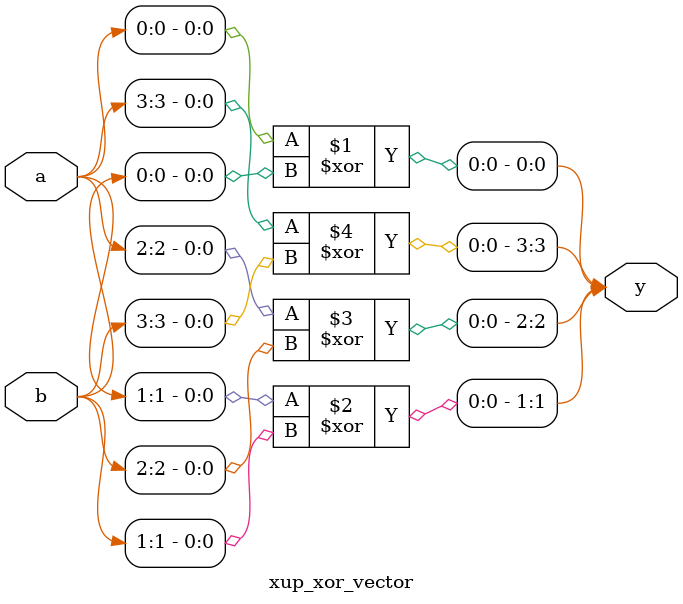
<source format=v>
`timescale 1ns / 1ps
module xup_xor_vector #(parameter SIZE = 4 , DELAY = 3)(
    input [SIZE-1:0] a,
    input [SIZE-1:0] b,
    output [SIZE-1:0] y
    ); 
    
   genvar i;
    generate
       for (i=0; i < SIZE; i=i+1) 
       begin: xor_i
          xor #DELAY(y[i], a[i], b[i]);
       end
    endgenerate
   
endmodule

</source>
